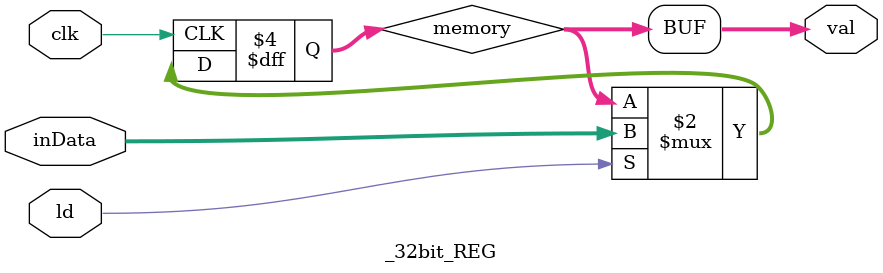
<source format=v>
module _32bit_REG(val, inData, ld, clk);
input [31:0] inData;
input ld, clk;
output [31:0] val;

reg [31:0] memory;

always @(posedge clk)
begin
if(ld)
	memory <= inData;
end

assign val = memory;


endmodule
</source>
